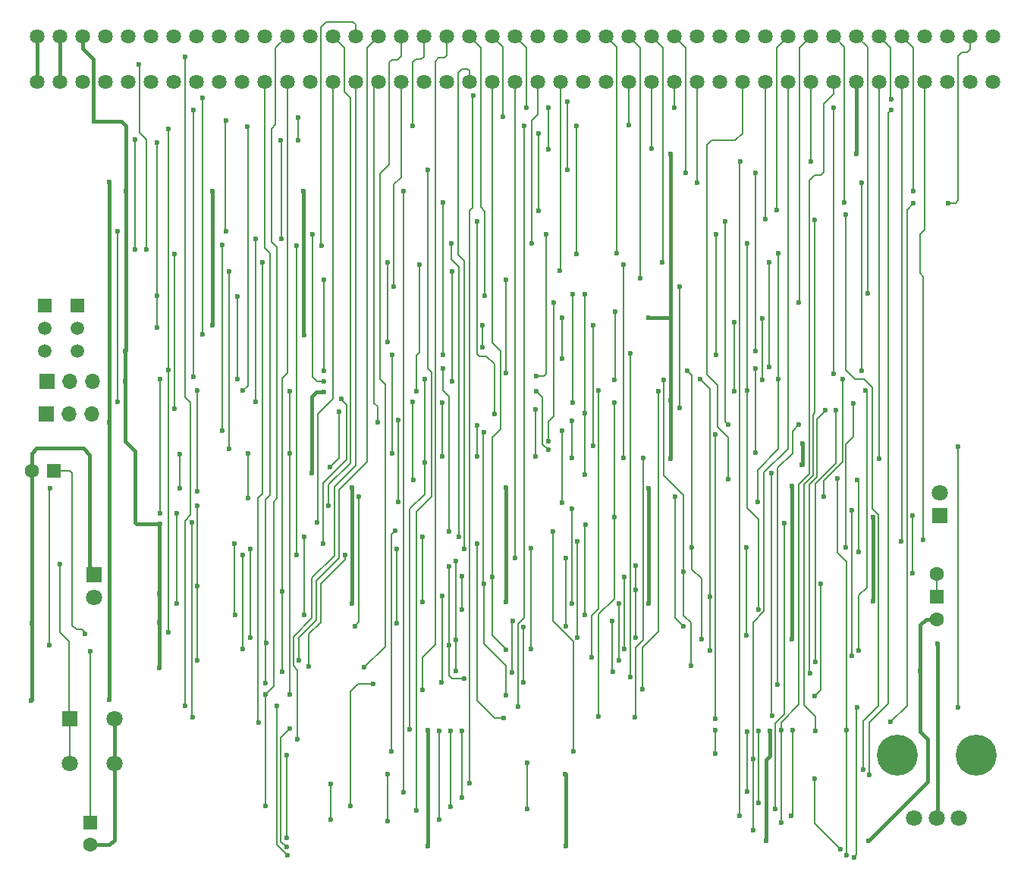
<source format=gbr>
%TF.GenerationSoftware,KiCad,Pcbnew,8.0.3*%
%TF.CreationDate,2025-02-02T16:21:54+01:00*%
%TF.ProjectId,DeMoN-Flash-J,44654d6f-4e2d-4466-9c61-73682d4a2e6b,rev?*%
%TF.SameCoordinates,Original*%
%TF.FileFunction,Copper,L2,Bot*%
%TF.FilePolarity,Positive*%
%FSLAX46Y46*%
G04 Gerber Fmt 4.6, Leading zero omitted, Abs format (unit mm)*
G04 Created by KiCad (PCBNEW 8.0.3) date 2025-02-02 16:21:54*
%MOMM*%
%LPD*%
G01*
G04 APERTURE LIST*
%TA.AperFunction,ComponentPad*%
%ADD10R,1.500000X1.500000*%
%TD*%
%TA.AperFunction,ComponentPad*%
%ADD11C,1.600000*%
%TD*%
%TA.AperFunction,ComponentPad*%
%ADD12C,1.500000*%
%TD*%
%TA.AperFunction,ComponentPad*%
%ADD13R,1.600000X1.600000*%
%TD*%
%TA.AperFunction,ComponentPad*%
%ADD14R,1.800000X1.800000*%
%TD*%
%TA.AperFunction,ComponentPad*%
%ADD15C,1.800000*%
%TD*%
%TA.AperFunction,ComponentPad*%
%ADD16R,1.700000X1.700000*%
%TD*%
%TA.AperFunction,ComponentPad*%
%ADD17O,1.700000X1.700000*%
%TD*%
%TA.AperFunction,ComponentPad*%
%ADD18C,1.635000*%
%TD*%
%TA.AperFunction,ComponentPad*%
%ADD19C,4.575000*%
%TD*%
%TA.AperFunction,ViaPad*%
%ADD20C,0.600000*%
%TD*%
%TA.AperFunction,Conductor*%
%ADD21C,0.200000*%
%TD*%
%TA.AperFunction,Conductor*%
%ADD22C,0.400000*%
%TD*%
G04 APERTURE END LIST*
D10*
%TO.P,SW2,1,B*%
%TO.N,Net-(D1-K)*%
X188500000Y-101690000D03*
D11*
%TO.P,SW2,2,C*%
%TO.N,GND*%
X188500000Y-104230000D03*
%TO.P,SW2,3,A*%
%TO.N,Net-(D1-K)*%
X188500000Y-99150000D03*
%TD*%
D10*
%TO.P,Q2,1,D*%
%TO.N,Net-(JP3-C)*%
X88900000Y-69200000D03*
D12*
%TO.P,Q2,2,G*%
%TO.N,Net-(Q1-G)*%
X88900000Y-71740000D03*
%TO.P,Q2,3,S*%
%TO.N,+5V*%
X88900000Y-74280000D03*
%TD*%
D13*
%TO.P,C1,1*%
%TO.N,Net-(U11-DIS)*%
X94000000Y-126944888D03*
D11*
%TO.P,C1,2*%
%TO.N,GND*%
X94000000Y-129444888D03*
%TD*%
D14*
%TO.P,D2,1,K*%
%TO.N,GND*%
X94450000Y-99225000D03*
D15*
%TO.P,D2,2,A*%
%TO.N,Net-(D2-A)*%
X94450000Y-101765000D03*
%TD*%
D10*
%TO.P,Q1,1,D*%
%TO.N,Net-(JP3-C)*%
X92600000Y-69200000D03*
D12*
%TO.P,Q1,2,G*%
%TO.N,Net-(Q1-G)*%
X92600000Y-71740000D03*
%TO.P,Q1,3,S*%
%TO.N,+5V*%
X92600000Y-74280000D03*
%TD*%
D16*
%TO.P,JP1,1,A*%
%TO.N,Net-(JP1-A)*%
X89128400Y-81342200D03*
D17*
%TO.P,JP1,2,C*%
%TO.N,Net-(JP1-C)*%
X91668400Y-81342200D03*
%TO.P,JP1,3,B*%
%TO.N,Net-(JP1-B)*%
X94208400Y-81342200D03*
%TD*%
D14*
%TO.P,SW1,1,1*%
%TO.N,Net-(U3-I6)*%
X91677500Y-115377500D03*
D15*
%TO.P,SW1,2,2*%
%TO.N,GND*%
X96677500Y-115377500D03*
%TO.P,SW1,3,3*%
%TO.N,Net-(U3-I6)*%
X91677500Y-120377500D03*
%TO.P,SW1,4,4*%
%TO.N,GND*%
X96677500Y-120377500D03*
%TD*%
D18*
%TO.P,CN1,1,1*%
%TO.N,GND*%
X88060000Y-44200000D03*
%TO.P,CN1,2,2*%
X88060000Y-39120000D03*
%TO.P,CN1,3,3*%
X90600000Y-44200000D03*
%TO.P,CN1,4,4*%
X90600000Y-39120000D03*
%TO.P,CN1,5,5*%
%TO.N,unconnected-(CN1-Pad5)*%
X93140000Y-44200000D03*
%TO.P,CN1,6,6*%
%TO.N,+5V*%
X93140000Y-39120000D03*
%TO.P,CN1,7,7*%
%TO.N,unconnected-(CN1-Pad7)*%
X95680000Y-44200000D03*
%TO.P,CN1,8,8*%
%TO.N,unconnected-(CN1-Pad8)*%
X95680000Y-39120000D03*
%TO.P,CN1,9,9*%
%TO.N,unconnected-(CN1-Pad9)*%
X98220000Y-44200000D03*
%TO.P,CN1,10,10*%
%TO.N,unconnected-(CN1-Pad10)*%
X98220000Y-39120000D03*
%TO.P,CN1,11,11*%
%TO.N,unconnected-(CN1-Pad11)*%
X100760000Y-44200000D03*
%TO.P,CN1,12,12*%
%TO.N,unconnected-(CN1-Pad12)*%
X100760000Y-39120000D03*
%TO.P,CN1,13,13*%
%TO.N,unconnected-(CN1-Pad13)*%
X103300000Y-44200000D03*
%TO.P,CN1,14,14*%
%TO.N,unconnected-(CN1-Pad14)*%
X103300000Y-39120000D03*
%TO.P,CN1,15,15*%
%TO.N,unconnected-(CN1-Pad15)*%
X105840000Y-44200000D03*
%TO.P,CN1,16,16*%
%TO.N,unconnected-(CN1-Pad16)*%
X105840000Y-39120000D03*
%TO.P,CN1,17,17*%
%TO.N,unconnected-(CN1-Pad17)*%
X108380000Y-44200000D03*
%TO.P,CN1,18,18*%
%TO.N,unconnected-(CN1-Pad18)*%
X108380000Y-39120000D03*
%TO.P,CN1,19,19*%
%TO.N,unconnected-(CN1-Pad19)*%
X110920000Y-44200000D03*
%TO.P,CN1,20,20*%
%TO.N,unconnected-(CN1-Pad20)*%
X110920000Y-39120000D03*
%TO.P,CN1,21,21*%
%TO.N,/A5*%
X113460000Y-44200000D03*
%TO.P,CN1,22,22*%
%TO.N,unconnected-(CN1-Pad22)*%
X113460000Y-39120000D03*
%TO.P,CN1,23,23*%
%TO.N,/A6*%
X116000000Y-44200000D03*
%TO.P,CN1,24,24*%
%TO.N,/A4*%
X116000000Y-39120000D03*
%TO.P,CN1,25,25*%
%TO.N,unconnected-(CN1-Pad25)*%
X118540000Y-44200000D03*
%TO.P,CN1,26,26*%
%TO.N,/A3*%
X118540000Y-39120000D03*
%TO.P,CN1,27,27*%
%TO.N,/A2*%
X121080000Y-44200000D03*
%TO.P,CN1,28,28*%
%TO.N,/A7*%
X121080000Y-39120000D03*
%TO.P,CN1,29,29*%
%TO.N,/A1*%
X123620000Y-44200000D03*
%TO.P,CN1,30,30*%
%TO.N,/A8*%
X123620000Y-39120000D03*
%TO.P,CN1,31,31*%
%TO.N,/~{FC0}*%
X126160000Y-44200000D03*
%TO.P,CN1,32,32*%
%TO.N,/A9*%
X126160000Y-39120000D03*
%TO.P,CN1,33,33*%
%TO.N,/~{FC1}*%
X128700000Y-44200000D03*
%TO.P,CN1,34,34*%
%TO.N,/A10*%
X128700000Y-39120000D03*
%TO.P,CN1,35,35*%
%TO.N,unconnected-(CN1-Pad35)*%
X131240000Y-44200000D03*
%TO.P,CN1,36,36*%
%TO.N,/A11*%
X131240000Y-39120000D03*
%TO.P,CN1,37,37*%
%TO.N,unconnected-(CN1-Pad37)*%
X133780000Y-44200000D03*
%TO.P,CN1,38,38*%
%TO.N,/A12*%
X133780000Y-39120000D03*
%TO.P,CN1,39,39*%
%TO.N,/A13*%
X136320000Y-44200000D03*
%TO.P,CN1,40,40*%
%TO.N,/~{IPL0}*%
X136320000Y-39120000D03*
%TO.P,CN1,41,41*%
%TO.N,/A14*%
X138860000Y-44200000D03*
%TO.P,CN1,42,42*%
%TO.N,/~{IPL1}*%
X138860000Y-39120000D03*
%TO.P,CN1,43,43*%
%TO.N,/A15*%
X141400000Y-44200000D03*
%TO.P,CN1,44,44*%
%TO.N,/~{IPL2}*%
X141400000Y-39120000D03*
%TO.P,CN1,45,45*%
%TO.N,/A16*%
X143940000Y-44200000D03*
%TO.P,CN1,46,46*%
%TO.N,unconnected-(CN1-Pad46)*%
X143940000Y-39120000D03*
%TO.P,CN1,47,47*%
%TO.N,/A17*%
X146480000Y-44200000D03*
%TO.P,CN1,48,48*%
%TO.N,unconnected-(CN1-Pad48)*%
X146480000Y-39120000D03*
%TO.P,CN1,49,49*%
%TO.N,unconnected-(CN1-Pad49)*%
X149020000Y-44200000D03*
%TO.P,CN1,50,50*%
%TO.N,unconnected-(CN1-Pad50)*%
X149020000Y-39120000D03*
%TO.P,CN1,51,51*%
%TO.N,unconnected-(CN1-Pad51)*%
X151560000Y-44200000D03*
%TO.P,CN1,52,52*%
%TO.N,/A18*%
X151560000Y-39120000D03*
%TO.P,CN1,53,53*%
%TO.N,/~{RST}*%
X154100000Y-44200000D03*
%TO.P,CN1,54,54*%
%TO.N,/A19*%
X154100000Y-39120000D03*
%TO.P,CN1,55,55*%
%TO.N,/~{HLT}*%
X156640000Y-44200000D03*
%TO.P,CN1,56,56*%
%TO.N,/A20*%
X156640000Y-39120000D03*
%TO.P,CN1,57,57*%
%TO.N,/A22*%
X159180000Y-44200000D03*
%TO.P,CN1,58,58*%
%TO.N,/A21*%
X159180000Y-39120000D03*
%TO.P,CN1,59,59*%
%TO.N,/A23*%
X161720000Y-44200000D03*
%TO.P,CN1,60,60*%
%TO.N,unconnected-(CN1-Pad60)*%
X161720000Y-39120000D03*
%TO.P,CN1,61,61*%
%TO.N,unconnected-(CN1-Pad61)*%
X164260000Y-44200000D03*
%TO.P,CN1,62,62*%
%TO.N,unconnected-(CN1-Pad62)*%
X164260000Y-39120000D03*
%TO.P,CN1,63,63*%
%TO.N,/D15*%
X166800000Y-44200000D03*
%TO.P,CN1,64,64*%
%TO.N,unconnected-(CN1-Pad64)*%
X166800000Y-39120000D03*
%TO.P,CN1,65,65*%
%TO.N,/D14*%
X169340000Y-44200000D03*
%TO.P,CN1,66,66*%
%TO.N,unconnected-(CN1-Pad66)*%
X169340000Y-39120000D03*
%TO.P,CN1,67,67*%
%TO.N,/D13*%
X171880000Y-44200000D03*
%TO.P,CN1,68,68*%
%TO.N,/R_W*%
X171880000Y-39120000D03*
%TO.P,CN1,69,69*%
%TO.N,/D12*%
X174420000Y-44200000D03*
%TO.P,CN1,70,70*%
%TO.N,/~{LDS}*%
X174420000Y-39120000D03*
%TO.P,CN1,71,71*%
%TO.N,/D11*%
X176960000Y-44200000D03*
%TO.P,CN1,72,72*%
%TO.N,/~{UDS}*%
X176960000Y-39120000D03*
%TO.P,CN1,73,73*%
%TO.N,GND*%
X179500000Y-44200000D03*
%TO.P,CN1,74,74*%
%TO.N,/~{AS}*%
X179500000Y-39120000D03*
%TO.P,CN1,75,75*%
%TO.N,/D0*%
X182040000Y-44200000D03*
%TO.P,CN1,76,76*%
%TO.N,/D10*%
X182040000Y-39120000D03*
%TO.P,CN1,77,77*%
%TO.N,/D1*%
X184580000Y-44200000D03*
%TO.P,CN1,78,78*%
%TO.N,/D9*%
X184580000Y-39120000D03*
%TO.P,CN1,79,79*%
%TO.N,/D2*%
X187120000Y-44200000D03*
%TO.P,CN1,80,80*%
%TO.N,/D8*%
X187120000Y-39120000D03*
%TO.P,CN1,81,81*%
%TO.N,/D3*%
X189660000Y-44200000D03*
%TO.P,CN1,82,82*%
%TO.N,/D7*%
X189660000Y-39120000D03*
%TO.P,CN1,83,83*%
%TO.N,/D4*%
X192200000Y-44200000D03*
%TO.P,CN1,84,84*%
%TO.N,/D6*%
X192200000Y-39120000D03*
%TO.P,CN1,85,85*%
%TO.N,unconnected-(CN1-Pad85)*%
X194740000Y-44200000D03*
%TO.P,CN1,86,86*%
%TO.N,/D5*%
X194740000Y-39120000D03*
%TD*%
D13*
%TO.P,C6,1*%
%TO.N,Net-(D3-K)*%
X89950000Y-87650000D03*
D11*
%TO.P,C6,2*%
%TO.N,GND*%
X87450000Y-87650000D03*
%TD*%
D14*
%TO.P,D1,1,K*%
%TO.N,Net-(D1-K)*%
X188850000Y-92700000D03*
D15*
%TO.P,D1,2,A*%
%TO.N,Net-(D1-A)*%
X188850000Y-90160000D03*
%TD*%
%TO.P,VR1,1,CCW*%
%TO.N,+5V*%
X185958400Y-126442200D03*
%TO.P,VR1,2,WIPER*%
X188458400Y-126442200D03*
%TO.P,VR1,3,CW*%
%TO.N,Net-(U11-DIS)*%
X190958400Y-126442200D03*
D19*
%TO.P,VR1,MH1,MH1*%
%TO.N,unconnected-(VR1-PadMH1)*%
X184058400Y-119442200D03*
%TO.P,VR1,MH2,MH2*%
%TO.N,unconnected-(VR1-PadMH2)*%
X192858400Y-119442200D03*
%TD*%
D16*
%TO.P,JP2,1,A*%
%TO.N,Net-(JP2-A)*%
X89168400Y-77692200D03*
D17*
%TO.P,JP2,2,C*%
%TO.N,Net-(JP2-C)*%
X91708400Y-77692200D03*
%TO.P,JP2,3,B*%
%TO.N,+5V*%
X94248400Y-77692200D03*
%TD*%
D20*
%TO.N,Net-(U3-I6)*%
X133300000Y-80050000D03*
X133300000Y-86075000D03*
X90600000Y-98100000D03*
%TO.N,Net-(U10-~{CE})*%
X127200000Y-73300000D03*
X113250000Y-64400000D03*
X127150000Y-64400000D03*
X112758400Y-115792200D03*
%TO.N,Net-(U2-IO1)*%
X118850000Y-61250000D03*
X163850000Y-61250000D03*
X163850000Y-74700000D03*
X143800000Y-77100000D03*
X120100000Y-77650000D03*
X144900000Y-61250000D03*
%TO.N,/A5*%
X161033400Y-109417200D03*
X113600000Y-111350600D03*
X160250000Y-98892200D03*
X113608400Y-106917200D03*
X158025000Y-77525000D03*
%TO.N,/A8*%
X143183400Y-107567200D03*
X162258400Y-106442200D03*
X161183400Y-96242200D03*
X122483400Y-97067200D03*
X117050000Y-62500000D03*
X160650000Y-76500000D03*
X117050000Y-97067200D03*
X143208400Y-96267200D03*
X119850000Y-62500000D03*
X111050000Y-97067200D03*
X118408400Y-109517200D03*
X111058400Y-107542200D03*
%TO.N,/~{IPL2}*%
X106550000Y-46050000D03*
X106550000Y-72450000D03*
X142700000Y-47150000D03*
%TO.N,/A15*%
X147083400Y-105017200D03*
X147108400Y-97442200D03*
X141408400Y-97442200D03*
%TO.N,GND*%
X158750000Y-86292200D03*
X158750000Y-79800000D03*
X179500000Y-52250000D03*
X180858400Y-128942200D03*
X131683400Y-116642200D03*
X186650000Y-110000000D03*
X96113600Y-55422800D03*
X120100000Y-78850000D03*
X96100000Y-113200000D03*
X87450000Y-104650000D03*
X147025600Y-121525000D03*
X173450000Y-87000000D03*
X169458400Y-128942200D03*
X87400000Y-113300000D03*
X156300000Y-70600000D03*
X96101600Y-82217200D03*
X169833400Y-116667200D03*
X131683400Y-129575000D03*
X158750000Y-52250000D03*
X173500000Y-84650000D03*
X147091200Y-129575000D03*
X118708400Y-87892200D03*
%TO.N,+5V*%
X188550000Y-106950000D03*
X107650000Y-71450000D03*
X156350000Y-89600000D03*
X181400000Y-92850000D03*
X97880000Y-77702200D03*
X140433400Y-102317200D03*
X97950000Y-56400000D03*
X94400000Y-48650000D03*
X172358400Y-106492200D03*
X172358400Y-89392200D03*
X181400000Y-102200000D03*
X101700000Y-104600000D03*
X140433400Y-89550000D03*
X117850000Y-72500000D03*
X101750000Y-93550000D03*
X117800000Y-56400000D03*
X123233400Y-102492200D03*
X101700000Y-101392200D03*
X156350000Y-102517200D03*
X97880000Y-74280000D03*
X123233400Y-89517200D03*
X107650000Y-56400000D03*
X101700000Y-109700000D03*
%TO.N,/~{OE}*%
X140358400Y-112742200D03*
X175558400Y-100267200D03*
X116250000Y-85692200D03*
X116250000Y-112617200D03*
X116300000Y-78750000D03*
X137933400Y-100267200D03*
X137950000Y-83375000D03*
X174883400Y-112787200D03*
%TO.N,Net-(U4-IO4)*%
X153500000Y-64600000D03*
X154783400Y-115167200D03*
X130750000Y-64600000D03*
X130400000Y-78750000D03*
X155733400Y-86250000D03*
X153500000Y-86250000D03*
%TO.N,Net-(U4-IO5)*%
X130000000Y-80000000D03*
X170050000Y-87917200D03*
X130083400Y-88717200D03*
X170100000Y-115000000D03*
%TO.N,/A1*%
X117108400Y-117617200D03*
X163758400Y-115327200D03*
X163750000Y-83600000D03*
%TO.N,Net-(U4-IO8)*%
X120025000Y-95750000D03*
X140183400Y-115292200D03*
X137150000Y-95800000D03*
X122050000Y-79650000D03*
%TO.N,/A16*%
X168608400Y-103117200D03*
X167350000Y-78650000D03*
X167350000Y-62300000D03*
X131058400Y-95067200D03*
X143250000Y-62300000D03*
X117858400Y-95067200D03*
X131058400Y-102317200D03*
X134300000Y-62300000D03*
X117858400Y-103745000D03*
X135150000Y-95042200D03*
%TO.N,Net-(U2-I8)*%
X137175000Y-86025000D03*
X137175000Y-82600000D03*
X147800000Y-82050000D03*
X147725000Y-86250000D03*
%TO.N,Net-(U2-I9)*%
X146625000Y-91200000D03*
X146650000Y-83150000D03*
X128350000Y-91175000D03*
X128350000Y-81950000D03*
%TO.N,Net-(JP1-C)*%
X121783400Y-81092200D03*
X120796635Y-87205435D03*
%TO.N,/A9*%
X133283400Y-101617200D03*
X133233400Y-111267935D03*
X153008400Y-102492200D03*
X174933400Y-108977200D03*
X117295246Y-108817489D03*
X177208400Y-80917200D03*
X152983400Y-108817200D03*
%TO.N,Net-(U2-IO7)*%
X120100000Y-76450000D03*
X140400000Y-66350000D03*
X143675000Y-86025000D03*
X140400000Y-76750000D03*
X143700000Y-80800000D03*
X120100000Y-66350000D03*
%TO.N,Net-(U2-IO8)*%
X150100000Y-71450000D03*
X137800000Y-73900000D03*
X150100000Y-84900000D03*
X137800000Y-71450000D03*
%TO.N,Net-(U3-IO2)*%
X146700000Y-70600000D03*
X146700000Y-75100000D03*
%TO.N,Net-(U3-I03)*%
X152500000Y-77500000D03*
X152550000Y-69850000D03*
%TO.N,Net-(U3-I5)*%
X134350000Y-77700000D03*
X109500000Y-85200000D03*
X134350000Y-65400000D03*
X109500000Y-65400000D03*
%TO.N,Net-(U2-IO6)*%
X137200000Y-59850000D03*
X139100000Y-81275000D03*
X164850000Y-59850000D03*
X165175000Y-82525000D03*
%TO.N,/~{FC0}*%
X126050000Y-82275000D03*
%TO.N,/A17*%
X110136200Y-103745000D03*
X149209873Y-103717200D03*
X179025000Y-108307200D03*
X149259873Y-93692200D03*
X110083400Y-95792200D03*
X146450000Y-65300000D03*
X179025000Y-92092200D03*
%TO.N,Net-(U1-IO8)*%
X168250000Y-76200000D03*
X168250000Y-85600000D03*
%TO.N,Net-(U1-IO2)*%
X169000000Y-77500000D03*
X169000000Y-70650000D03*
%TO.N,/A18*%
X170800000Y-77400000D03*
X170800000Y-63400000D03*
X103691200Y-102475000D03*
X152800000Y-63350000D03*
X103683400Y-92417200D03*
X147800000Y-102467200D03*
X147783400Y-91867200D03*
X168508400Y-91142200D03*
%TO.N,Net-(U1-IO1)*%
X165850000Y-71050000D03*
X165850000Y-78750000D03*
%TO.N,Net-(Q1-G)*%
X101450000Y-51003200D03*
X101450000Y-71700000D03*
X101450000Y-68100000D03*
%TO.N,Net-(D1-K)*%
X185750000Y-99100000D03*
X179625000Y-88650000D03*
X179775000Y-96700000D03*
X185750000Y-92700000D03*
X105900000Y-78700000D03*
X105900000Y-89950000D03*
%TO.N,/A19*%
X160183400Y-105017200D03*
X175833400Y-90567200D03*
X123508400Y-105015000D03*
X155400000Y-66200000D03*
X177950000Y-77383800D03*
X124008400Y-90542200D03*
X159258400Y-90542200D03*
%TO.N,/A10*%
X152275000Y-104392200D03*
X124608400Y-109597200D03*
X176025000Y-80925000D03*
X174333400Y-110247200D03*
X141108400Y-110192200D03*
X152358400Y-110092200D03*
X141158400Y-104392200D03*
%TO.N,/~{FC1}*%
X159750000Y-67050000D03*
X127900000Y-67050000D03*
X159750000Y-80650000D03*
%TO.N,Net-(U5-I7)*%
X97050000Y-60909200D03*
X117200000Y-50749200D03*
X117170200Y-48183800D03*
X109143800Y-60909200D03*
X109169200Y-48564800D03*
X97050000Y-80000000D03*
%TO.N,Net-(U5-IO5)*%
X112500000Y-79950000D03*
X112500000Y-61722000D03*
X115300000Y-61738000D03*
X115290600Y-50714200D03*
%TO.N,Net-(U5-IO6)*%
X108700000Y-62458600D03*
X108700000Y-83150000D03*
%TO.N,/A11*%
X116000735Y-130599265D03*
X114826098Y-113928965D03*
X179250000Y-130825000D03*
X130000000Y-49100000D03*
X142400000Y-49100000D03*
X190850000Y-114100000D03*
X141733400Y-114007200D03*
X179558400Y-114092200D03*
X190850000Y-84950000D03*
%TO.N,/A12*%
X173100000Y-82500000D03*
X170720900Y-111529700D03*
X131058400Y-112135590D03*
%TO.N,/~{IPL0}*%
X138050000Y-68100000D03*
X110450000Y-77450000D03*
X110450000Y-68150000D03*
%TO.N,/~{RST}*%
X103400000Y-63450000D03*
X148250000Y-63450000D03*
X148250000Y-49100000D03*
X103400000Y-80700000D03*
X154150000Y-49050000D03*
%TO.N,/A13*%
X179183400Y-80100000D03*
X111900000Y-106267200D03*
X178350000Y-96200000D03*
X167258400Y-96200000D03*
X148400000Y-95567200D03*
X148400000Y-106317200D03*
X111908400Y-96392200D03*
X135750000Y-96400000D03*
X128225000Y-104642200D03*
X167258400Y-106067200D03*
X128208400Y-96400000D03*
%TO.N,/A20*%
X169750000Y-64400000D03*
X169750000Y-76100000D03*
X157850000Y-64400000D03*
%TO.N,/~{IPL1}*%
X105550000Y-77200000D03*
X105550000Y-47400000D03*
X140100000Y-48100000D03*
%TO.N,/A14*%
X153608400Y-107542200D03*
X153583400Y-99542200D03*
X179783400Y-107692200D03*
X138883400Y-99517200D03*
X180500000Y-78700000D03*
X140433400Y-107667200D03*
%TO.N,/~{HLT}*%
X156650000Y-51700000D03*
X111050000Y-78700000D03*
X111506000Y-49225200D03*
%TO.N,/A21*%
X160500000Y-54400000D03*
X168250000Y-74300000D03*
X168250000Y-54400000D03*
%TO.N,/A22*%
X159200000Y-47100000D03*
X99000000Y-50700000D03*
X176950000Y-76800000D03*
X145150000Y-47100000D03*
X145150000Y-51750000D03*
X98983400Y-62942200D03*
X177000000Y-47150000D03*
%TO.N,Net-(U11-DIS)*%
X94000000Y-107800000D03*
%TO.N,Net-(D3-A)*%
X89450000Y-107150000D03*
X101750000Y-77450000D03*
X89508400Y-89600000D03*
X101750000Y-92400000D03*
%TO.N,Net-(D3-K)*%
X93400000Y-105900000D03*
%TO.N,/A23*%
X99458400Y-42292200D03*
X161700000Y-55450000D03*
X180100000Y-76517200D03*
X100258400Y-62967200D03*
X180100000Y-55450000D03*
%TO.N,/D15*%
X178450000Y-130600000D03*
X178450000Y-116600600D03*
X177408400Y-88542200D03*
X116257800Y-116442200D03*
X165175000Y-88592200D03*
X115900000Y-129650000D03*
%TO.N,/A3*%
X157400000Y-78775000D03*
X104550000Y-41442200D03*
X104625300Y-113925300D03*
X155658400Y-112017200D03*
%TO.N,/A4*%
X154250000Y-74500000D03*
X154258400Y-110692200D03*
X142333400Y-105142200D03*
X123058400Y-125092200D03*
X142336362Y-111317200D03*
X113533400Y-125067200D03*
X125608400Y-111492200D03*
X113533400Y-112642200D03*
%TO.N,/A6*%
X115400000Y-110067200D03*
X134008400Y-98342200D03*
X135750000Y-110899128D03*
X115400000Y-101125000D03*
X150750000Y-78650000D03*
X150008400Y-108492200D03*
X134008400Y-107142200D03*
%TO.N,/A7*%
X105950000Y-91550000D03*
X163133400Y-101742200D03*
X134808400Y-106542200D03*
X105950000Y-100525000D03*
X105950000Y-108817200D03*
X120600000Y-91525000D03*
X134808400Y-97742200D03*
X163150000Y-107707200D03*
X134833400Y-110042200D03*
X162050000Y-77400000D03*
%TO.N,/A2*%
X105350000Y-93417200D03*
X150733400Y-115117200D03*
X105407800Y-115167200D03*
X119358400Y-93417200D03*
X152500000Y-80050000D03*
X152500000Y-92792200D03*
%TO.N,/D14*%
X174900000Y-59600000D03*
X169340000Y-59560000D03*
X174908400Y-116692200D03*
%TO.N,/R_W*%
X102683400Y-105667200D03*
X135458400Y-103117200D03*
X102700000Y-49450000D03*
X102700000Y-76400000D03*
X144000000Y-58650000D03*
X144000000Y-49950000D03*
X154875000Y-100967200D03*
X135485450Y-99469250D03*
X154900000Y-98225000D03*
X170600000Y-58550000D03*
X154858400Y-106267200D03*
%TO.N,/D13*%
X115900000Y-119450000D03*
X167958400Y-119842200D03*
X115910000Y-128660000D03*
X167958400Y-127767200D03*
%TO.N,/~{LDS}*%
X145150000Y-84400000D03*
X145750000Y-68900000D03*
X173050000Y-68900000D03*
%TO.N,/D12*%
X172208400Y-126167200D03*
X127200000Y-126792200D03*
X166450000Y-126150000D03*
X166550000Y-53100000D03*
X172383400Y-116617200D03*
X174450000Y-53100000D03*
X127200000Y-121550000D03*
%TO.N,/~{UDS}*%
X178200000Y-57650000D03*
X133400000Y-74700000D03*
X133400000Y-57650000D03*
X127675000Y-74725000D03*
X127675000Y-85675000D03*
%TO.N,/D11*%
X171108400Y-126967200D03*
X120858400Y-126642200D03*
X171108400Y-116592200D03*
X120858400Y-122667200D03*
%TO.N,/~{AS}*%
X111575000Y-90700000D03*
X180750000Y-67850000D03*
X111600000Y-85692200D03*
X149200000Y-81250000D03*
X149200000Y-88100000D03*
X149200000Y-67950000D03*
%TO.N,/D3*%
X183400000Y-47400000D03*
X180958400Y-121650000D03*
X132933400Y-126592200D03*
X132933400Y-116717200D03*
%TO.N,/D10*%
X131700000Y-54050000D03*
X147250000Y-54050000D03*
X147250000Y-46400000D03*
X168583400Y-124767200D03*
X130408400Y-125592200D03*
X168583400Y-116692200D03*
X183400000Y-46200000D03*
%TO.N,/D8*%
X163808400Y-119217200D03*
X136333400Y-122542200D03*
X136733400Y-45717200D03*
X163783400Y-116592200D03*
%TO.N,/D0*%
X131300000Y-77450000D03*
X129683400Y-116542200D03*
X131300000Y-86725000D03*
X182050000Y-86350000D03*
%TO.N,/D4*%
X134233400Y-125192200D03*
X178300000Y-59050000D03*
X180275000Y-121000000D03*
X134208400Y-116717200D03*
%TO.N,/D9*%
X128958400Y-123542200D03*
X167358400Y-116767200D03*
X128950000Y-56450000D03*
X167358400Y-123442200D03*
X185850000Y-56450000D03*
%TO.N,/D2*%
X170483400Y-125392200D03*
X187000000Y-95375000D03*
X142783400Y-125392200D03*
X142783400Y-120292200D03*
X171450000Y-93475000D03*
%TO.N,/D6*%
X189800000Y-57750000D03*
X185900000Y-57800000D03*
X183333400Y-115717200D03*
%TO.N,/D1*%
X133400000Y-76200000D03*
X128008400Y-94392200D03*
X147958400Y-118992200D03*
X127608400Y-118982522D03*
X145683400Y-94417200D03*
X184550000Y-95567200D03*
X134033400Y-94417200D03*
%TO.N,/D5*%
X135458400Y-124192200D03*
X174883400Y-122042200D03*
X135458400Y-116717200D03*
X177775000Y-129925000D03*
%TO.N,Net-(JP1-A)*%
X103958400Y-85767200D03*
X145125000Y-85325000D03*
X143750000Y-78750000D03*
X103958400Y-89592200D03*
%TO.N,Net-(JP2-A)*%
X147850000Y-80020000D03*
X147850000Y-67950000D03*
%TD*%
D21*
%TO.N,Net-(U3-I6)*%
X133300000Y-86075000D02*
X133300000Y-80050000D01*
X91677500Y-120377500D02*
X91677500Y-115377500D01*
X90600000Y-98100000D02*
X90600000Y-105700000D01*
X90600000Y-105700000D02*
X91650000Y-106750000D01*
X91650000Y-106750000D02*
X91650000Y-115350000D01*
%TO.N,Net-(U10-~{CE})*%
X112758400Y-115792200D02*
X112700000Y-115733800D01*
X127150000Y-64400000D02*
X127200000Y-64450000D01*
X112700000Y-115733800D02*
X112700000Y-90725000D01*
X112700000Y-90725000D02*
X113250000Y-90175000D01*
X127200000Y-64450000D02*
X127200000Y-73300000D01*
X113250000Y-90175000D02*
X113250000Y-64400000D01*
%TO.N,Net-(U2-IO1)*%
X118850000Y-77200000D02*
X118850000Y-61250000D01*
X144900000Y-76800000D02*
X144600000Y-77100000D01*
X144600000Y-77100000D02*
X143800000Y-77100000D01*
X163850000Y-61250000D02*
X163850000Y-74700000D01*
X144900000Y-61250000D02*
X144900000Y-76800000D01*
X119300000Y-77650000D02*
X118850000Y-77200000D01*
X120100000Y-77650000D02*
X119300000Y-77650000D01*
%TO.N,/A5*%
X113600000Y-106925600D02*
X113600000Y-111350600D01*
X113460000Y-62760000D02*
X113460000Y-44200000D01*
X113608400Y-106917200D02*
X113600000Y-106908800D01*
X161058400Y-109292200D02*
X161058400Y-104617200D01*
X160250000Y-90400000D02*
X160250000Y-98892200D01*
X114100000Y-90350000D02*
X114100000Y-63400000D01*
X158025000Y-77525000D02*
X158025000Y-88175000D01*
X161033400Y-109417200D02*
X161058400Y-109392200D01*
X113600000Y-90850000D02*
X114100000Y-90350000D01*
X161058400Y-109392200D02*
X161058400Y-109292200D01*
X161058400Y-109292200D02*
X161058400Y-109092200D01*
X114100000Y-63400000D02*
X113460000Y-62760000D01*
X161058400Y-104617200D02*
X160250000Y-103808800D01*
X160250000Y-103808800D02*
X160250000Y-98892200D01*
X113608400Y-106917200D02*
X113600000Y-106925600D01*
X113600000Y-106908800D02*
X113600000Y-90850000D01*
X158025000Y-88175000D02*
X160250000Y-90400000D01*
%TO.N,/A8*%
X118408400Y-105892200D02*
X119733400Y-104567200D01*
X119733400Y-104567200D02*
X119733400Y-100292200D01*
X119850000Y-62500000D02*
X119750000Y-62400000D01*
X161183400Y-96242200D02*
X161183400Y-77033400D01*
X162260000Y-106440600D02*
X162258400Y-106442200D01*
X119733400Y-100292200D02*
X122483400Y-97542200D01*
X117050000Y-97067200D02*
X117050000Y-62500000D01*
X161183400Y-77033400D02*
X160650000Y-76500000D01*
X111050000Y-97067200D02*
X111050000Y-107533800D01*
X118408400Y-109517200D02*
X118408400Y-105892200D01*
X123620000Y-37820000D02*
X123620000Y-39120000D01*
X122483400Y-97542200D02*
X122483400Y-97067200D01*
X111050000Y-107533800D02*
X111058400Y-107542200D01*
X120350000Y-37500000D02*
X123300000Y-37500000D01*
X123300000Y-37500000D02*
X123620000Y-37820000D01*
X161183400Y-96242200D02*
X161183400Y-98633400D01*
X119750000Y-38100000D02*
X120350000Y-37500000D01*
X162260000Y-99710000D02*
X162260000Y-106440600D01*
X161183400Y-98633400D02*
X162260000Y-99710000D01*
X119750000Y-62400000D02*
X119750000Y-38100000D01*
X143208400Y-96267200D02*
X143183400Y-96292200D01*
X143183400Y-96292200D02*
X143183400Y-107567200D01*
%TO.N,/~{IPL2}*%
X142700000Y-47150000D02*
X142700000Y-40420000D01*
X142700000Y-40420000D02*
X141400000Y-39120000D01*
X106550000Y-72450000D02*
X106550000Y-46050000D01*
%TO.N,/A15*%
X141383400Y-97417200D02*
X141383400Y-44216600D01*
X141408400Y-97442200D02*
X141383400Y-97417200D01*
X147108400Y-97442200D02*
X147083400Y-97467200D01*
X141383400Y-44216600D02*
X141400000Y-44200000D01*
X147083400Y-97467200D02*
X147083400Y-105017200D01*
D22*
%TO.N,GND*%
X93200000Y-85150000D02*
X93900000Y-85850000D01*
X173500000Y-86950000D02*
X173500000Y-84650000D01*
X93900000Y-98350000D02*
X94450000Y-98900000D01*
X90600000Y-39120000D02*
X90600000Y-44200000D01*
X131683400Y-116642200D02*
X131695165Y-116653965D01*
X169433400Y-128917200D02*
X169433400Y-119917200D01*
X169433400Y-119917200D02*
X169833400Y-119517200D01*
X158750000Y-70600000D02*
X158750000Y-79800000D01*
X147058400Y-129542200D02*
X147091200Y-129575000D01*
X88000000Y-85150000D02*
X93200000Y-85150000D01*
X186650000Y-116808800D02*
X187458400Y-117617200D01*
X187458400Y-122342200D02*
X180858400Y-128942200D01*
X131695165Y-129563235D02*
X131683400Y-129575000D01*
X173450000Y-87000000D02*
X173500000Y-86950000D01*
X96101600Y-55434800D02*
X96113600Y-55422800D01*
X158750000Y-70600000D02*
X156300000Y-70600000D01*
X187458400Y-117617200D02*
X187458400Y-122342200D01*
X93900000Y-85850000D02*
X93900000Y-98350000D01*
X169458400Y-128942200D02*
X169433400Y-128917200D01*
X87450000Y-87650000D02*
X87450000Y-113250000D01*
X186650000Y-110000000D02*
X186650000Y-104850000D01*
X147025600Y-121525000D02*
X147058400Y-121557800D01*
X96677500Y-120377500D02*
X96677500Y-128872500D01*
X87450000Y-85700000D02*
X88000000Y-85150000D01*
X179500000Y-44200000D02*
X179500000Y-52250000D01*
X186650000Y-104850000D02*
X187270000Y-104230000D01*
X158750000Y-52250000D02*
X158750000Y-70600000D01*
X118700000Y-79400000D02*
X119250000Y-78850000D01*
X158750000Y-79800000D02*
X158750000Y-86292200D01*
X131695165Y-116653965D02*
X131695165Y-129563235D01*
X96105112Y-129444888D02*
X94000000Y-129444888D01*
X169833400Y-119517200D02*
X169833400Y-116667200D01*
X119250000Y-78850000D02*
X120100000Y-78850000D01*
X96677500Y-128872500D02*
X96105112Y-129444888D01*
X87450000Y-113250000D02*
X87450000Y-104650000D01*
X118708400Y-87892200D02*
X118700000Y-87883800D01*
X88060000Y-44200000D02*
X88060000Y-39120000D01*
X96677500Y-115377500D02*
X96677500Y-120377500D01*
X96101600Y-82217200D02*
X96101600Y-55434800D01*
X187270000Y-104230000D02*
X188500000Y-104230000D01*
X96101600Y-82217200D02*
X96100000Y-82218800D01*
X96100000Y-82218800D02*
X96100000Y-113200000D01*
X118700000Y-87883800D02*
X118700000Y-79400000D01*
X186650000Y-110000000D02*
X186650000Y-116808800D01*
X87450000Y-87650000D02*
X87450000Y-85700000D01*
X87450000Y-113250000D02*
X87400000Y-113300000D01*
X147058400Y-121557800D02*
X147058400Y-129542200D01*
%TO.N,+5V*%
X123233400Y-89517200D02*
X123233400Y-102492200D01*
X99150000Y-93550000D02*
X99000000Y-93400000D01*
X172358400Y-89392200D02*
X172333400Y-89417200D01*
X94357500Y-48607500D02*
X94357500Y-41707500D01*
X97950000Y-49100000D02*
X97500000Y-48650000D01*
X172333400Y-89417200D02*
X172333400Y-106467200D01*
X97880000Y-84380000D02*
X97880000Y-77702200D01*
X101750000Y-93550000D02*
X99150000Y-93550000D01*
X99000000Y-93400000D02*
X99000000Y-85500000D01*
X188550000Y-106950000D02*
X188550000Y-126350600D01*
X93140000Y-40490000D02*
X93140000Y-39120000D01*
X181400000Y-102200000D02*
X181400000Y-92850000D01*
X97950000Y-56400000D02*
X97950000Y-49100000D01*
X101700000Y-104600000D02*
X101700000Y-109700000D01*
X97950000Y-74210000D02*
X97880000Y-74280000D01*
X94400000Y-48650000D02*
X94357500Y-48607500D01*
X172333400Y-106467200D02*
X172358400Y-106492200D01*
X117800000Y-72450000D02*
X117800000Y-56400000D01*
X97880000Y-77702200D02*
X97880000Y-74280000D01*
X97950000Y-56400000D02*
X97950000Y-74210000D01*
X156350000Y-89600000D02*
X156350000Y-102517200D01*
X107650000Y-71450000D02*
X107650000Y-56400000D01*
X97500000Y-48650000D02*
X94400000Y-48650000D01*
X101750000Y-93550000D02*
X101700000Y-93600000D01*
X101700000Y-93600000D02*
X101700000Y-101392200D01*
X101700000Y-101392200D02*
X101700000Y-104600000D01*
X117850000Y-72500000D02*
X117800000Y-72450000D01*
X94357500Y-41707500D02*
X93140000Y-40490000D01*
X140433400Y-102317200D02*
X140433400Y-89550000D01*
X99000000Y-85500000D02*
X97880000Y-84380000D01*
X188550000Y-126350600D02*
X188458400Y-126442200D01*
D21*
%TO.N,/~{OE}*%
X116250000Y-85692200D02*
X116250000Y-78800000D01*
X116250000Y-78800000D02*
X116300000Y-78750000D01*
X174883400Y-112787200D02*
X175558400Y-112112200D01*
X137933400Y-106992200D02*
X140358400Y-109417200D01*
X137933400Y-100267200D02*
X137933400Y-106992200D01*
X137933400Y-100267200D02*
X137900000Y-100233800D01*
X116250000Y-112617200D02*
X116250000Y-85692200D01*
X137900000Y-100233800D02*
X137900000Y-83425000D01*
X140358400Y-109417200D02*
X140358400Y-112742200D01*
X175558400Y-112112200D02*
X175558400Y-100267200D01*
X137900000Y-83425000D02*
X137950000Y-83375000D01*
%TO.N,Net-(U4-IO4)*%
X155700000Y-86283400D02*
X155733400Y-86250000D01*
X130400000Y-78750000D02*
X130400000Y-74800000D01*
X154783400Y-115167200D02*
X154858400Y-115092200D01*
X155700000Y-106525600D02*
X155700000Y-86283400D01*
X154858400Y-107367200D02*
X155700000Y-106525600D01*
X130400000Y-74800000D02*
X130750000Y-74450000D01*
X154858400Y-115092200D02*
X154858400Y-107367200D01*
X153500000Y-64600000D02*
X153500000Y-86250000D01*
X130750000Y-74450000D02*
X130750000Y-64600000D01*
%TO.N,Net-(U4-IO5)*%
X130083400Y-88717200D02*
X130000000Y-88633800D01*
X170050000Y-87917200D02*
X170050000Y-114950000D01*
X170050000Y-114950000D02*
X170100000Y-115000000D01*
X130000000Y-88633800D02*
X130000000Y-80000000D01*
%TO.N,/A1*%
X121250000Y-97125600D02*
X121250000Y-89400600D01*
X163758400Y-83608400D02*
X163750000Y-83600000D01*
X123620000Y-87030600D02*
X123620000Y-44200000D01*
X117125000Y-117600600D02*
X117125000Y-109900000D01*
X117108400Y-117617200D02*
X117125000Y-117600600D01*
X117125000Y-109900000D02*
X116675000Y-109450000D01*
X121250000Y-89400600D02*
X123620000Y-87030600D01*
X163758400Y-115327200D02*
X163758400Y-83608400D01*
X116675000Y-106175600D02*
X118733400Y-104117200D01*
X118733400Y-104117200D02*
X118733400Y-99642200D01*
X116675000Y-109450000D02*
X116675000Y-106175600D01*
X118733400Y-99642200D02*
X121250000Y-97125600D01*
%TO.N,Net-(U4-IO8)*%
X122050000Y-79700000D02*
X122050000Y-79650000D01*
X120025000Y-95750000D02*
X120000000Y-95725000D01*
X120000000Y-95725000D02*
X120000000Y-89050600D01*
X120000000Y-89050600D02*
X122650000Y-86400600D01*
X122650000Y-86400600D02*
X122650000Y-80300000D01*
X122650000Y-80300000D02*
X122050000Y-79700000D01*
X137150000Y-113287500D02*
X139154700Y-115292200D01*
X139154700Y-115292200D02*
X140183400Y-115292200D01*
X137150000Y-95800000D02*
X137150000Y-113287500D01*
%TO.N,/A16*%
X168608400Y-103117200D02*
X168608400Y-93042200D01*
X167350000Y-91783800D02*
X167350000Y-78650000D01*
X131058400Y-102317200D02*
X131058400Y-95067200D01*
X135150000Y-64850000D02*
X134300000Y-64000000D01*
X134300000Y-64000000D02*
X134300000Y-62300000D01*
X143250000Y-62300000D02*
X143250000Y-48550000D01*
X143250000Y-48550000D02*
X143950000Y-47850000D01*
X168608400Y-93042200D02*
X167350000Y-91783800D01*
X143940000Y-47840000D02*
X143940000Y-44200000D01*
X143950000Y-47850000D02*
X143940000Y-47840000D01*
X167350000Y-78650000D02*
X167350000Y-62300000D01*
X135150000Y-95042200D02*
X135150000Y-64850000D01*
X117858400Y-95067200D02*
X117858400Y-103745000D01*
%TO.N,Net-(U2-I8)*%
X147725000Y-82025000D02*
X147725000Y-86250000D01*
X137175000Y-82600000D02*
X137175000Y-86025000D01*
%TO.N,Net-(U2-I9)*%
X146625000Y-83175000D02*
X146650000Y-83150000D01*
X146625000Y-91200000D02*
X146625000Y-83175000D01*
X128350000Y-81950000D02*
X128350000Y-91175000D01*
%TO.N,Net-(JP1-C)*%
X120796635Y-87205435D02*
X121783400Y-86218670D01*
X121783400Y-86218670D02*
X121783400Y-81092200D01*
%TO.N,/A9*%
X153008400Y-108792200D02*
X153008400Y-102492200D01*
X133258400Y-111242935D02*
X133258400Y-101642200D01*
X133233400Y-111267935D02*
X133258400Y-111242935D01*
X177208400Y-86813658D02*
X177208400Y-80917200D01*
X133258400Y-101642200D02*
X133283400Y-101617200D01*
X174958400Y-108952200D02*
X174958400Y-89063658D01*
X124900000Y-40380000D02*
X126160000Y-39120000D01*
X119208400Y-99942200D02*
X121783400Y-97367200D01*
X121783400Y-97367200D02*
X121783400Y-89767200D01*
X117275000Y-108797243D02*
X117275000Y-106300600D01*
X152983400Y-108817200D02*
X153008400Y-108792200D01*
X174933400Y-108977200D02*
X174958400Y-108952200D01*
X117275000Y-106300600D02*
X119208400Y-104367200D01*
X124900000Y-86650600D02*
X124900000Y-40380000D01*
X121783400Y-89767200D02*
X124900000Y-86650600D01*
X119208400Y-104367200D02*
X119208400Y-99942200D01*
X174958400Y-89063658D02*
X177208400Y-86813658D01*
X117295246Y-108817489D02*
X117275000Y-108797243D01*
%TO.N,Net-(U2-IO7)*%
X143675000Y-80825000D02*
X143700000Y-80800000D01*
X120100000Y-76450000D02*
X120100000Y-66350000D01*
X143675000Y-86025000D02*
X143675000Y-80825000D01*
X140400000Y-66350000D02*
X140400000Y-76750000D01*
%TO.N,Net-(U2-IO8)*%
X137800000Y-71450000D02*
X137800000Y-73900000D01*
X150100000Y-71450000D02*
X150100000Y-84900000D01*
%TO.N,Net-(U3-IO2)*%
X146700000Y-70600000D02*
X146700000Y-75100000D01*
%TO.N,Net-(U3-I03)*%
X152550000Y-77450000D02*
X152500000Y-77500000D01*
X152550000Y-69850000D02*
X152550000Y-77450000D01*
%TO.N,Net-(U3-I5)*%
X109500000Y-85200000D02*
X109500000Y-65400000D01*
X134350000Y-65400000D02*
X134350000Y-77700000D01*
%TO.N,Net-(U2-IO6)*%
X137450000Y-74850000D02*
X137200000Y-74600000D01*
X139100000Y-75750000D02*
X139100000Y-81275000D01*
X164850000Y-59850000D02*
X164850000Y-82200000D01*
X164850000Y-82200000D02*
X165175000Y-82525000D01*
X138200000Y-74850000D02*
X139100000Y-75750000D01*
X137450000Y-74850000D02*
X138200000Y-74850000D01*
X137200000Y-74600000D02*
X137200000Y-59850000D01*
%TO.N,/~{FC0}*%
X125700000Y-80100000D02*
X125700000Y-44660000D01*
X126050000Y-82275000D02*
X126050000Y-80450000D01*
X126050000Y-80450000D02*
X125700000Y-80100000D01*
%TO.N,/A17*%
X110108400Y-95817200D02*
X110108400Y-103717200D01*
X149259873Y-93692200D02*
X149209873Y-93742200D01*
X110108400Y-103717200D02*
X110136200Y-103745000D01*
X146480000Y-65270000D02*
X146480000Y-44200000D01*
X110083400Y-95792200D02*
X110108400Y-95817200D01*
X146450000Y-65300000D02*
X146480000Y-65270000D01*
X179025000Y-108307200D02*
X179025000Y-92092200D01*
X149209873Y-93742200D02*
X149209873Y-103717200D01*
%TO.N,Net-(U1-IO8)*%
X168250000Y-76200000D02*
X168250000Y-85600000D01*
%TO.N,Net-(U1-IO2)*%
X169000000Y-77500000D02*
X169000000Y-70650000D01*
%TO.N,/A18*%
X103683400Y-102467200D02*
X103691200Y-102475000D01*
X147783400Y-91867200D02*
X147783400Y-102450600D01*
X147783400Y-102450600D02*
X147800000Y-102467200D01*
X103683400Y-92417200D02*
X103683400Y-102467200D01*
X103691200Y-102475000D02*
X103683400Y-102482800D01*
X170800000Y-77400000D02*
X170800000Y-63400000D01*
X152800000Y-63350000D02*
X152800000Y-40360000D01*
X170800000Y-85250600D02*
X170800000Y-77400000D01*
X168508400Y-91142200D02*
X168508400Y-87542200D01*
X152800000Y-40360000D02*
X151560000Y-39120000D01*
X168508400Y-87542200D02*
X170800000Y-85250600D01*
%TO.N,Net-(U1-IO1)*%
X165850000Y-78750000D02*
X165850000Y-71050000D01*
%TO.N,Net-(Q1-G)*%
X101450000Y-71700000D02*
X101450000Y-68100000D01*
X101450000Y-68100000D02*
X101450000Y-51003200D01*
%TO.N,Net-(D1-K)*%
X188500000Y-99150000D02*
X188500000Y-101690000D01*
X179775000Y-88800000D02*
X179775000Y-96700000D01*
X179625000Y-88650000D02*
X179775000Y-88800000D01*
X185750000Y-99100000D02*
X185750000Y-92700000D01*
X105900000Y-78700000D02*
X105900000Y-89950000D01*
%TO.N,/A19*%
X159258400Y-104092200D02*
X160183400Y-105017200D01*
X159258400Y-90542200D02*
X159258400Y-104092200D01*
X155400000Y-66200000D02*
X155400000Y-40420000D01*
X123983400Y-104540000D02*
X123508400Y-105015000D01*
X175833400Y-90567200D02*
X175833400Y-88754344D01*
X175833400Y-88754344D02*
X177950000Y-86637744D01*
X177950000Y-86637744D02*
X177950000Y-77383800D01*
X155400000Y-40420000D02*
X154100000Y-39120000D01*
X123983400Y-90567200D02*
X123983400Y-104540000D01*
X124008400Y-90542200D02*
X123983400Y-90567200D01*
%TO.N,/A10*%
X152275000Y-110008800D02*
X152358400Y-110092200D01*
X126383400Y-54466600D02*
X127400000Y-53450000D01*
X141108400Y-104442200D02*
X141108400Y-110192200D01*
X127400000Y-53450000D02*
X127400000Y-42050000D01*
X174283400Y-110197200D02*
X174283400Y-89172972D01*
X126933400Y-77983400D02*
X126383400Y-77433400D01*
X176025000Y-80975600D02*
X176025000Y-80925000D01*
X174333400Y-110247200D02*
X174283400Y-110197200D01*
X126933400Y-107267200D02*
X126933400Y-77983400D01*
X128700000Y-41350000D02*
X128700000Y-39120000D01*
X141158400Y-104392200D02*
X141108400Y-104442200D01*
X124608400Y-109597200D02*
X124608400Y-109592200D01*
X127700000Y-41750000D02*
X128300000Y-41750000D01*
X152275000Y-104392200D02*
X152275000Y-110008800D01*
X127400000Y-42050000D02*
X127700000Y-41750000D01*
X124608400Y-109592200D02*
X126933400Y-107267200D01*
X175100000Y-81900600D02*
X176025000Y-80975600D01*
X174283400Y-89172972D02*
X175100000Y-88356372D01*
X175100000Y-88356372D02*
X175100000Y-81900600D01*
X126383400Y-77433400D02*
X126383400Y-54466600D01*
X128300000Y-41750000D02*
X128700000Y-41350000D01*
%TO.N,/~{FC1}*%
X159750000Y-80650000D02*
X159750000Y-67050000D01*
X127900000Y-55700000D02*
X128700000Y-54900000D01*
X127900000Y-67050000D02*
X127900000Y-55700000D01*
X128700000Y-54900000D02*
X128700000Y-44200000D01*
%TO.N,Net-(U5-I7)*%
X109100000Y-60865400D02*
X109100000Y-48634000D01*
X117170200Y-48183800D02*
X117200000Y-48213600D01*
X117200000Y-48213600D02*
X117200000Y-50749200D01*
X109143800Y-60909200D02*
X109100000Y-60865400D01*
X109100000Y-48634000D02*
X109169200Y-48564800D01*
X97050000Y-80000000D02*
X97050000Y-60909200D01*
%TO.N,Net-(U5-IO5)*%
X115300000Y-50723600D02*
X115290600Y-50714200D01*
X115300000Y-61738000D02*
X115300000Y-50723600D01*
X112500000Y-79950000D02*
X112500000Y-61722000D01*
%TO.N,Net-(U5-IO6)*%
X108700000Y-83150000D02*
X108700000Y-62458600D01*
%TO.N,/A11*%
X179250000Y-130825000D02*
X179550000Y-130525000D01*
X114826098Y-113928965D02*
X114825000Y-113930063D01*
X190850000Y-114100000D02*
X190850000Y-84950000D01*
X141733400Y-114007200D02*
X141733400Y-104792200D01*
X131240000Y-39120000D02*
X131240000Y-41410000D01*
X130950000Y-41700000D02*
X130362500Y-41700000D01*
X131240000Y-41410000D02*
X130950000Y-41700000D01*
X130000000Y-42062500D02*
X130000000Y-49100000D01*
X179550000Y-114100600D02*
X179558400Y-114092200D01*
X114825000Y-129423530D02*
X116000735Y-130599265D01*
X114825000Y-113930063D02*
X114825000Y-129423530D01*
X142400000Y-104125600D02*
X142400000Y-49100000D01*
X179550000Y-130525000D02*
X179550000Y-114100600D01*
X141733400Y-104792200D02*
X142400000Y-104125600D01*
X130362500Y-41700000D02*
X130000000Y-42062500D01*
%TO.N,/A12*%
X172375000Y-83225000D02*
X173100000Y-82500000D01*
X132900000Y-41550000D02*
X133500000Y-41550000D01*
X133500000Y-41550000D02*
X133800000Y-41250000D01*
X170720900Y-111529700D02*
X170725000Y-111525600D01*
X133800000Y-41250000D02*
X133780000Y-41230000D01*
X131058400Y-108517200D02*
X132500000Y-107075600D01*
X131058400Y-112135590D02*
X131058400Y-108517200D01*
X133780000Y-41230000D02*
X133780000Y-39120000D01*
X132500000Y-107075600D02*
X132500000Y-41950000D01*
X172375000Y-85675000D02*
X172375000Y-83225000D01*
X170725000Y-111525600D02*
X170725000Y-87325000D01*
X170725000Y-87325000D02*
X172375000Y-85675000D01*
X132500000Y-41950000D02*
X132900000Y-41550000D01*
%TO.N,/~{IPL0}*%
X138050000Y-68100000D02*
X138050000Y-58687500D01*
X110450000Y-77450000D02*
X110450000Y-68150000D01*
X137600000Y-40400000D02*
X136320000Y-39120000D01*
X138050000Y-58687500D02*
X137600000Y-58237500D01*
X137600000Y-58237500D02*
X137600000Y-40400000D01*
%TO.N,/~{RST}*%
X103400000Y-80700000D02*
X103400000Y-63450000D01*
X148250000Y-63450000D02*
X148250000Y-49100000D01*
X154150000Y-49050000D02*
X154150000Y-44250000D01*
%TO.N,/A13*%
X135750000Y-64200000D02*
X135050000Y-63500000D01*
X136320000Y-42970000D02*
X136320000Y-44200000D01*
X111908400Y-96392200D02*
X111900000Y-96400600D01*
X136100000Y-42750000D02*
X136320000Y-42970000D01*
X135050000Y-63500000D02*
X135050000Y-43200000D01*
X178350000Y-84700600D02*
X179183400Y-83867200D01*
X135750000Y-96400000D02*
X135750000Y-64200000D01*
X111900000Y-96400600D02*
X111900000Y-106267200D01*
X148400000Y-95567200D02*
X148400000Y-106317200D01*
X167258400Y-96200000D02*
X167258400Y-106067200D01*
X179183400Y-83867200D02*
X179183400Y-80100000D01*
X135050000Y-43200000D02*
X135500000Y-42750000D01*
X135500000Y-42750000D02*
X136100000Y-42750000D01*
X128225000Y-104642200D02*
X128225000Y-96416600D01*
X178350000Y-96200000D02*
X178350000Y-84700600D01*
X128225000Y-96416600D02*
X128208400Y-96400000D01*
%TO.N,/A20*%
X157850000Y-64400000D02*
X157900000Y-64350000D01*
X157900000Y-64350000D02*
X157900000Y-40380000D01*
X157900000Y-40380000D02*
X156640000Y-39120000D01*
X169750000Y-76100000D02*
X169750000Y-64400000D01*
%TO.N,/~{IPL1}*%
X105550000Y-77200000D02*
X105550000Y-47400000D01*
X140100000Y-40360000D02*
X138860000Y-39120000D01*
X140100000Y-48100000D02*
X140100000Y-40360000D01*
%TO.N,/A14*%
X139800000Y-74275000D02*
X138860000Y-73335000D01*
X138883400Y-99517200D02*
X138883400Y-106042200D01*
X180658400Y-100667200D02*
X179783400Y-101542200D01*
X138883400Y-99517200D02*
X138860000Y-99493800D01*
X180500000Y-78700000D02*
X180700000Y-78900000D01*
X138860000Y-83965000D02*
X139800000Y-83025000D01*
X138860000Y-99493800D02*
X138860000Y-83965000D01*
X153608400Y-99567200D02*
X153608400Y-107542200D01*
X179783400Y-101542200D02*
X179783400Y-107692200D01*
X138883400Y-106042200D02*
X140433400Y-107592200D01*
X140433400Y-107592200D02*
X140433400Y-107667200D01*
X180700000Y-78900000D02*
X180700000Y-100625600D01*
X180700000Y-100625600D02*
X180658400Y-100667200D01*
X138860000Y-73335000D02*
X138860000Y-44200000D01*
X139800000Y-83025000D02*
X139800000Y-74275000D01*
X153583400Y-99542200D02*
X153608400Y-99567200D01*
%TO.N,/~{HLT}*%
X111600000Y-49319200D02*
X111600000Y-78150000D01*
X111506000Y-49225200D02*
X111600000Y-49319200D01*
X111600000Y-78150000D02*
X111050000Y-78700000D01*
X156650000Y-51700000D02*
X156640000Y-51690000D01*
X156640000Y-51690000D02*
X156640000Y-44200000D01*
%TO.N,/A21*%
X160450000Y-40390000D02*
X159180000Y-39120000D01*
X168250000Y-74300000D02*
X168250000Y-54400000D01*
X160500000Y-54400000D02*
X160450000Y-54350000D01*
X160450000Y-54350000D02*
X160450000Y-40390000D01*
%TO.N,/A22*%
X98983400Y-50716600D02*
X99000000Y-50700000D01*
X98983400Y-62942200D02*
X98983400Y-50716600D01*
X176950000Y-47200000D02*
X177000000Y-47150000D01*
X176950000Y-76800000D02*
X176950000Y-47200000D01*
X145150000Y-47100000D02*
X145150000Y-51750000D01*
X159200000Y-47100000D02*
X159180000Y-47080000D01*
X159180000Y-47080000D02*
X159180000Y-44200000D01*
%TO.N,Net-(U11-DIS)*%
X94000000Y-107800000D02*
X94000000Y-127044888D01*
%TO.N,Net-(D3-A)*%
X89450000Y-89658400D02*
X89450000Y-107150000D01*
X89508400Y-89600000D02*
X89450000Y-89658400D01*
X101750000Y-77450000D02*
X101750000Y-92400000D01*
%TO.N,Net-(D3-K)*%
X92450000Y-105350000D02*
X92000000Y-104900000D01*
X93050000Y-105350000D02*
X92450000Y-105350000D01*
X93400000Y-105700000D02*
X93050000Y-105350000D01*
X93400000Y-105900000D02*
X93400000Y-105700000D01*
X92000000Y-104900000D02*
X92000000Y-87950000D01*
X92000000Y-87950000D02*
X91700000Y-87650000D01*
X91700000Y-87650000D02*
X89950000Y-87650000D01*
%TO.N,/A23*%
X100258400Y-50660129D02*
X100258400Y-62967200D01*
X161720000Y-55080000D02*
X161720000Y-44200000D01*
X99458400Y-42292200D02*
X99483400Y-42317200D01*
X180100000Y-76517200D02*
X180100000Y-55450000D01*
X161700000Y-55450000D02*
X161700000Y-55100000D01*
X161700000Y-55100000D02*
X161720000Y-55080000D01*
X99483400Y-42317200D02*
X99483400Y-49885129D01*
X99483400Y-49885129D02*
X100258400Y-50660129D01*
%TO.N,/D15*%
X177408400Y-96842200D02*
X177408400Y-88542200D01*
X115275000Y-117425000D02*
X115275000Y-129025000D01*
X115275000Y-129025000D02*
X115900000Y-129650000D01*
X163350000Y-50750000D02*
X166000000Y-50750000D01*
X163998529Y-78098529D02*
X162850000Y-76950000D01*
X163998529Y-82748529D02*
X163998529Y-78098529D01*
X162850000Y-76950000D02*
X162850000Y-51250000D01*
X116257800Y-116442200D02*
X115275000Y-117425000D01*
X178450000Y-130600000D02*
X178450000Y-116600600D01*
X162850000Y-51250000D02*
X163350000Y-50750000D01*
X178408400Y-97842200D02*
X177408400Y-96842200D01*
X178425000Y-97858800D02*
X178408400Y-97842200D01*
X165175000Y-88592200D02*
X165175000Y-83925000D01*
X166800000Y-49950000D02*
X166800000Y-44200000D01*
X178450000Y-116600600D02*
X178425000Y-116575600D01*
X178425000Y-116575600D02*
X178425000Y-97858800D01*
X165175000Y-83925000D02*
X163998529Y-82748529D01*
X166000000Y-50750000D02*
X166800000Y-49950000D01*
%TO.N,/A3*%
X104550000Y-41442200D02*
X104550000Y-79417200D01*
X104550000Y-113850000D02*
X104625300Y-113925300D01*
X105183400Y-80050600D02*
X105183400Y-92592200D01*
X157400000Y-78775000D02*
X157400000Y-105650600D01*
X104550000Y-93225600D02*
X104550000Y-113850000D01*
X105183400Y-92592200D02*
X104550000Y-93225600D01*
X155658400Y-107392200D02*
X155658400Y-112017200D01*
X157400000Y-105650600D02*
X155658400Y-107392200D01*
X104550000Y-79417200D02*
X105183400Y-80050600D01*
%TO.N,/A4*%
X114800000Y-90750000D02*
X114800000Y-62700000D01*
X154250000Y-74500000D02*
X154250000Y-110683800D01*
X154250000Y-110683800D02*
X154258400Y-110692200D01*
X142336362Y-111317200D02*
X142336362Y-106464238D01*
X113533400Y-125067200D02*
X113533400Y-112642200D01*
X114700000Y-48950000D02*
X114700000Y-40420000D01*
X114200000Y-62100000D02*
X114200000Y-49450000D01*
X125608400Y-111492200D02*
X125583400Y-111492200D01*
X114800000Y-62700000D02*
X114200000Y-62100000D01*
X123050000Y-112330000D02*
X123887800Y-111492200D01*
X114200000Y-49450000D02*
X114700000Y-48950000D01*
X123050000Y-125083800D02*
X123050000Y-112330000D01*
X113533400Y-112642200D02*
X114450000Y-111725600D01*
X123058400Y-125092200D02*
X123050000Y-125083800D01*
X114450000Y-91100000D02*
X114800000Y-90750000D01*
X114700000Y-40420000D02*
X116000000Y-39120000D01*
X123887800Y-111492200D02*
X125608400Y-111492200D01*
X142336362Y-106464238D02*
X142333400Y-106461276D01*
X114450000Y-111725600D02*
X114450000Y-91100000D01*
X142333400Y-106461276D02*
X142333400Y-105142200D01*
%TO.N,/A6*%
X116000000Y-76750000D02*
X116000000Y-44200000D01*
X150008400Y-108492200D02*
X150008400Y-103842200D01*
X115400000Y-77350000D02*
X116000000Y-76750000D01*
X134008400Y-98342200D02*
X134008400Y-107142200D01*
X115400000Y-101125000D02*
X115400000Y-77350000D01*
X134008400Y-110517200D02*
X134390328Y-110899128D01*
X115400000Y-101125000D02*
X115400000Y-110067200D01*
X134390328Y-110899128D02*
X135750000Y-110899128D01*
X134008400Y-107142200D02*
X134008400Y-110517200D01*
X150750000Y-103100600D02*
X150750000Y-78650000D01*
X150008400Y-103842200D02*
X150750000Y-103100600D01*
%TO.N,/A7*%
X134833400Y-110042200D02*
X134808400Y-110017200D01*
X163150000Y-107707200D02*
X163140000Y-107697200D01*
X120600000Y-89225600D02*
X123050000Y-86775600D01*
X163140000Y-78490000D02*
X162050000Y-77400000D01*
X163140000Y-101748800D02*
X163133400Y-101742200D01*
X163140000Y-101735600D02*
X163140000Y-78490000D01*
X122350000Y-40390000D02*
X121080000Y-39120000D01*
X134808400Y-110017200D02*
X134808400Y-106542200D01*
X120600000Y-91525000D02*
X120600000Y-89225600D01*
X122350000Y-45300000D02*
X122350000Y-40390000D01*
X163140000Y-107697200D02*
X163140000Y-101748800D01*
X123050000Y-86775600D02*
X123050000Y-46000000D01*
X134808400Y-97742200D02*
X134808400Y-106542200D01*
X163133400Y-101742200D02*
X163140000Y-101735600D01*
X123050000Y-46000000D02*
X122350000Y-45300000D01*
X105950000Y-100525000D02*
X105950000Y-91550000D01*
X105950000Y-100525000D02*
X105950000Y-108817200D01*
%TO.N,/A2*%
X105350000Y-93417200D02*
X105350000Y-115109400D01*
X150750000Y-115100600D02*
X150750000Y-103700600D01*
X152500000Y-101950600D02*
X152500000Y-92792200D01*
X105350000Y-115109400D02*
X105407800Y-115167200D01*
X150750000Y-103700600D02*
X152500000Y-101950600D01*
X152500000Y-92792200D02*
X152500000Y-80050000D01*
X119375000Y-81325000D02*
X121080000Y-79620000D01*
X121080000Y-79620000D02*
X121080000Y-44200000D01*
X119375000Y-93400600D02*
X119375000Y-81325000D01*
X119358400Y-93417200D02*
X119375000Y-93400600D01*
X150733400Y-115117200D02*
X150750000Y-115100600D01*
%TO.N,/D14*%
X173683400Y-113842200D02*
X173683400Y-89207286D01*
X169340000Y-59560000D02*
X169340000Y-44200000D01*
X174700000Y-88190686D02*
X174700000Y-81375600D01*
X174908400Y-115067200D02*
X173683400Y-113842200D01*
X174908400Y-116692200D02*
X174908400Y-115067200D01*
X174900000Y-81175600D02*
X174900000Y-59600000D01*
X174700000Y-81375600D02*
X174900000Y-81175600D01*
X173683400Y-89207286D02*
X174700000Y-88190686D01*
%TO.N,/R_W*%
X154875000Y-100967200D02*
X154875000Y-98250000D01*
X144000000Y-58650000D02*
X144000000Y-49950000D01*
X135458400Y-99496300D02*
X135458400Y-103117200D01*
X154875000Y-98250000D02*
X154900000Y-98225000D01*
X154875000Y-100967200D02*
X154875000Y-106250600D01*
X170600000Y-40400000D02*
X171880000Y-39120000D01*
X154875000Y-106250600D02*
X154858400Y-106267200D01*
X170600000Y-58550000D02*
X170600000Y-40400000D01*
X102700000Y-76400000D02*
X102700000Y-105650600D01*
X135485450Y-99469250D02*
X135458400Y-99496300D01*
X102700000Y-105650600D02*
X102683400Y-105667200D01*
X102700000Y-49450000D02*
X102700000Y-76400000D01*
%TO.N,/D13*%
X169208400Y-87866600D02*
X171880000Y-85195000D01*
X167958400Y-119842200D02*
X167958400Y-104615729D01*
X115900000Y-119450000D02*
X115900000Y-128650000D01*
X115900000Y-128650000D02*
X115910000Y-128660000D01*
X167958400Y-127767200D02*
X167958400Y-119842200D01*
X167958400Y-104615729D02*
X169208400Y-103365729D01*
X171880000Y-85195000D02*
X171880000Y-44200000D01*
X169208400Y-103365729D02*
X169208400Y-87866600D01*
%TO.N,/~{LDS}*%
X145750000Y-81600000D02*
X145750000Y-68900000D01*
X173150000Y-40390000D02*
X174420000Y-39120000D01*
X173050000Y-68900000D02*
X173150000Y-68800000D01*
X145150000Y-82200000D02*
X145750000Y-81600000D01*
X145150000Y-84400000D02*
X145150000Y-82200000D01*
X173150000Y-68800000D02*
X173150000Y-40390000D01*
%TO.N,/D12*%
X127200000Y-126792200D02*
X127200000Y-121550000D01*
X174420000Y-53070000D02*
X174420000Y-44200000D01*
X172383400Y-125992200D02*
X172208400Y-126167200D01*
X174450000Y-53100000D02*
X174420000Y-53070000D01*
X172383400Y-116617200D02*
X172383400Y-125992200D01*
X166450000Y-53200000D02*
X166450000Y-126150000D01*
X166550000Y-53100000D02*
X166450000Y-53200000D01*
%TO.N,/~{UDS}*%
X127675000Y-74725000D02*
X127675000Y-85675000D01*
X178200000Y-57650000D02*
X178200000Y-40300000D01*
X178200000Y-40300000D02*
X177020000Y-39120000D01*
X133400000Y-57650000D02*
X133400000Y-74700000D01*
%TO.N,/D11*%
X173108400Y-89216600D02*
X174300000Y-88025000D01*
X174300000Y-88025000D02*
X174300000Y-55250000D01*
X174300000Y-55250000D02*
X174900000Y-54650000D01*
X171108400Y-116817200D02*
X171108400Y-116817200D01*
X171108400Y-116592200D02*
X171108400Y-115782885D01*
X176960000Y-45615000D02*
X176960000Y-44200000D01*
X175850000Y-54300000D02*
X175850000Y-46725000D01*
X175850000Y-46725000D02*
X176960000Y-45615000D01*
X174900000Y-54650000D02*
X175500000Y-54650000D01*
X120858400Y-126642200D02*
X120858400Y-122667200D01*
X171108400Y-126967200D02*
X171108400Y-116592200D01*
X171108400Y-115782885D02*
X173108400Y-113782885D01*
X175500000Y-54650000D02*
X175850000Y-54300000D01*
X173108400Y-113782885D02*
X173108400Y-89216600D01*
%TO.N,/~{AS}*%
X111600000Y-90675000D02*
X111575000Y-90700000D01*
X149200000Y-88100000D02*
X149200000Y-81250000D01*
X180750000Y-67850000D02*
X180750000Y-40370000D01*
X149200000Y-67950000D02*
X149200000Y-81250000D01*
X111600000Y-85692200D02*
X111600000Y-90675000D01*
X180750000Y-40370000D02*
X179500000Y-39120000D01*
%TO.N,/D3*%
X180958400Y-121650000D02*
X180958400Y-115767200D01*
X132933400Y-126592200D02*
X132933400Y-116717200D01*
X183100000Y-47700000D02*
X183400000Y-47400000D01*
X183100000Y-113625600D02*
X183100000Y-47700000D01*
X180958400Y-115767200D02*
X183100000Y-113625600D01*
%TO.N,/D10*%
X130408400Y-125592200D02*
X130425000Y-125575600D01*
X131700000Y-76250000D02*
X131700000Y-54050000D01*
X130425000Y-92225600D02*
X132100000Y-90550600D01*
X183350000Y-46150000D02*
X183350000Y-40430000D01*
X147250000Y-54050000D02*
X147250000Y-46400000D01*
X132100000Y-90550600D02*
X132100000Y-76650000D01*
X132100000Y-76650000D02*
X131700000Y-76250000D01*
X183350000Y-40430000D02*
X182040000Y-39120000D01*
X183400000Y-46200000D02*
X183350000Y-46150000D01*
X130425000Y-125575600D02*
X130425000Y-92225600D01*
X168583400Y-124767200D02*
X168583400Y-116692200D01*
%TO.N,/D8*%
X136350000Y-58625000D02*
X136700000Y-58275000D01*
X163808400Y-119217200D02*
X163758400Y-119167200D01*
X136333400Y-122542200D02*
X136350000Y-122525600D01*
X136700000Y-45750600D02*
X136733400Y-45717200D01*
X163758400Y-116617200D02*
X163783400Y-116592200D01*
X163758400Y-119167200D02*
X163758400Y-116617200D01*
X136350000Y-122525600D02*
X136350000Y-58625000D01*
X136700000Y-58275000D02*
X136700000Y-45750600D01*
%TO.N,/D0*%
X182050000Y-86350000D02*
X182040000Y-86340000D01*
X131300000Y-90275600D02*
X131300000Y-86725000D01*
X129683400Y-116542200D02*
X129675000Y-116533800D01*
X131300000Y-77450000D02*
X131300000Y-86725000D01*
X182040000Y-86340000D02*
X182040000Y-44200000D01*
X129675000Y-116533800D02*
X129675000Y-91900600D01*
X129675000Y-91900600D02*
X131300000Y-90275600D01*
%TO.N,/D4*%
X178300000Y-59050000D02*
X178300000Y-76383800D01*
X180342200Y-77392200D02*
X181275000Y-78325000D01*
X182000000Y-113900600D02*
X180283400Y-115617200D01*
X181275000Y-91876471D02*
X182000000Y-92601471D01*
X178300000Y-76383800D02*
X179308400Y-77392200D01*
X134208400Y-125167200D02*
X134233400Y-125192200D01*
X180283400Y-120958400D02*
X180325000Y-121000000D01*
X179308400Y-77392200D02*
X180342200Y-77392200D01*
X182000000Y-92601471D02*
X182000000Y-113900600D01*
X134208400Y-116717200D02*
X134208400Y-125167200D01*
X181275000Y-78325000D02*
X181275000Y-91876471D01*
X180283400Y-115617200D02*
X180283400Y-120958400D01*
%TO.N,/D9*%
X167358400Y-123442200D02*
X167358400Y-116767200D01*
X128958400Y-123542200D02*
X128950000Y-123533800D01*
X185850000Y-56450000D02*
X185850000Y-40390000D01*
X185850000Y-40390000D02*
X184580000Y-39120000D01*
X128950000Y-123533800D02*
X128950000Y-56450000D01*
%TO.N,/D2*%
X187000000Y-66000000D02*
X186600000Y-65600000D01*
X186600000Y-65600000D02*
X186600000Y-61240202D01*
X170458400Y-115867200D02*
X171450000Y-114875600D01*
X171450000Y-114875600D02*
X171450000Y-93475000D01*
X187000000Y-95375000D02*
X187000000Y-66000000D01*
X142783400Y-125392200D02*
X142783400Y-120292200D01*
X187100000Y-60740202D02*
X187100000Y-44220000D01*
X170483400Y-125392200D02*
X170458400Y-125367200D01*
X170458400Y-125367200D02*
X170458400Y-115867200D01*
X186600000Y-61240202D02*
X187100000Y-60740202D01*
%TO.N,/D6*%
X192200000Y-40600000D02*
X192200000Y-39120000D01*
X190900000Y-57450000D02*
X190900000Y-41350000D01*
X191300000Y-40950000D02*
X191850000Y-40950000D01*
X185150000Y-113900600D02*
X185150000Y-58550000D01*
X189800000Y-57750000D02*
X190600000Y-57750000D01*
X183333400Y-115717200D02*
X185150000Y-113900600D01*
X185150000Y-58550000D02*
X185900000Y-57800000D01*
X190900000Y-41350000D02*
X191300000Y-40950000D01*
X190600000Y-57750000D02*
X190900000Y-57450000D01*
X191850000Y-40950000D02*
X192200000Y-40600000D01*
%TO.N,/D1*%
X127583400Y-118957522D02*
X127583400Y-94817200D01*
X145683400Y-104465729D02*
X147958400Y-106740729D01*
X127583400Y-94817200D02*
X128008400Y-94392200D01*
X134050000Y-79350000D02*
X133400000Y-78700000D01*
X147958400Y-106740729D02*
X147958400Y-118992200D01*
X133400000Y-78700000D02*
X133400000Y-76200000D01*
X134033400Y-94417200D02*
X134050000Y-94400600D01*
X184580000Y-95537200D02*
X184580000Y-44200000D01*
X127608400Y-118982522D02*
X127583400Y-118957522D01*
X145683400Y-94417200D02*
X145683400Y-104465729D01*
X134050000Y-94400600D02*
X134050000Y-79350000D01*
X184550000Y-95567200D02*
X184580000Y-95537200D01*
%TO.N,/D5*%
X174850000Y-127050000D02*
X177725000Y-129925000D01*
X174883400Y-122042200D02*
X174850000Y-122075600D01*
X177725000Y-129925000D02*
X177775000Y-129925000D01*
X174850000Y-122075600D02*
X174850000Y-127050000D01*
X135458400Y-116717200D02*
X135458400Y-124192200D01*
%TO.N,Net-(JP1-A)*%
X144475000Y-84675000D02*
X144475000Y-79475000D01*
X144475000Y-79475000D02*
X143750000Y-78750000D01*
X103958400Y-85767200D02*
X103958400Y-89592200D01*
X145125000Y-85325000D02*
X144475000Y-84675000D01*
%TO.N,Net-(JP2-A)*%
X147850000Y-67950000D02*
X147850000Y-80020000D01*
%TD*%
M02*

</source>
